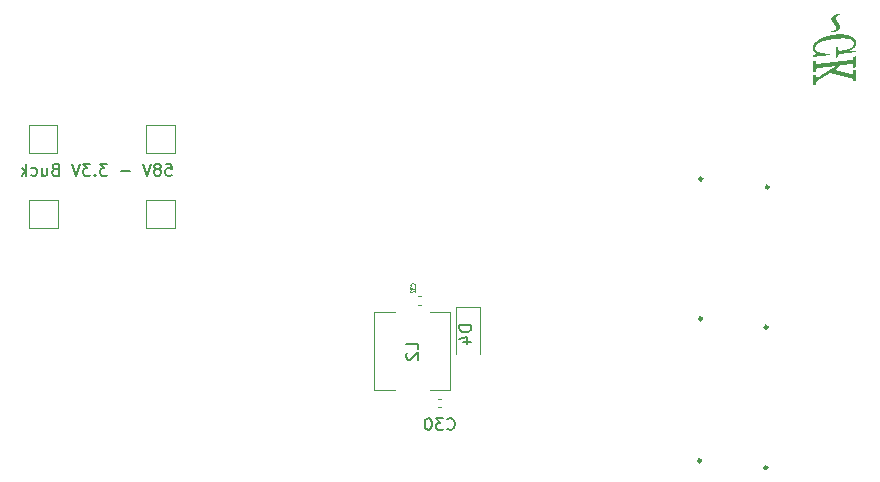
<source format=gbo>
%TF.GenerationSoftware,KiCad,Pcbnew,7.0.1-0*%
%TF.CreationDate,2023-08-15T02:12:02+05:30*%
%TF.ProjectId,retry1,72657472-7931-42e6-9b69-6361645f7063,rev?*%
%TF.SameCoordinates,Original*%
%TF.FileFunction,Legend,Bot*%
%TF.FilePolarity,Positive*%
%FSLAX46Y46*%
G04 Gerber Fmt 4.6, Leading zero omitted, Abs format (unit mm)*
G04 Created by KiCad (PCBNEW 7.0.1-0) date 2023-08-15 02:12:02*
%MOMM*%
%LPD*%
G01*
G04 APERTURE LIST*
%ADD10C,0.150000*%
%ADD11C,0.400000*%
%ADD12C,0.075000*%
%ADD13C,0.254000*%
%ADD14C,0.120000*%
G04 APERTURE END LIST*
D10*
X98415714Y-102227619D02*
X98891904Y-102227619D01*
X98891904Y-102227619D02*
X98939523Y-102703809D01*
X98939523Y-102703809D02*
X98891904Y-102656190D01*
X98891904Y-102656190D02*
X98796666Y-102608571D01*
X98796666Y-102608571D02*
X98558571Y-102608571D01*
X98558571Y-102608571D02*
X98463333Y-102656190D01*
X98463333Y-102656190D02*
X98415714Y-102703809D01*
X98415714Y-102703809D02*
X98368095Y-102799047D01*
X98368095Y-102799047D02*
X98368095Y-103037142D01*
X98368095Y-103037142D02*
X98415714Y-103132380D01*
X98415714Y-103132380D02*
X98463333Y-103180000D01*
X98463333Y-103180000D02*
X98558571Y-103227619D01*
X98558571Y-103227619D02*
X98796666Y-103227619D01*
X98796666Y-103227619D02*
X98891904Y-103180000D01*
X98891904Y-103180000D02*
X98939523Y-103132380D01*
X97796666Y-102656190D02*
X97891904Y-102608571D01*
X97891904Y-102608571D02*
X97939523Y-102560952D01*
X97939523Y-102560952D02*
X97987142Y-102465714D01*
X97987142Y-102465714D02*
X97987142Y-102418095D01*
X97987142Y-102418095D02*
X97939523Y-102322857D01*
X97939523Y-102322857D02*
X97891904Y-102275238D01*
X97891904Y-102275238D02*
X97796666Y-102227619D01*
X97796666Y-102227619D02*
X97606190Y-102227619D01*
X97606190Y-102227619D02*
X97510952Y-102275238D01*
X97510952Y-102275238D02*
X97463333Y-102322857D01*
X97463333Y-102322857D02*
X97415714Y-102418095D01*
X97415714Y-102418095D02*
X97415714Y-102465714D01*
X97415714Y-102465714D02*
X97463333Y-102560952D01*
X97463333Y-102560952D02*
X97510952Y-102608571D01*
X97510952Y-102608571D02*
X97606190Y-102656190D01*
X97606190Y-102656190D02*
X97796666Y-102656190D01*
X97796666Y-102656190D02*
X97891904Y-102703809D01*
X97891904Y-102703809D02*
X97939523Y-102751428D01*
X97939523Y-102751428D02*
X97987142Y-102846666D01*
X97987142Y-102846666D02*
X97987142Y-103037142D01*
X97987142Y-103037142D02*
X97939523Y-103132380D01*
X97939523Y-103132380D02*
X97891904Y-103180000D01*
X97891904Y-103180000D02*
X97796666Y-103227619D01*
X97796666Y-103227619D02*
X97606190Y-103227619D01*
X97606190Y-103227619D02*
X97510952Y-103180000D01*
X97510952Y-103180000D02*
X97463333Y-103132380D01*
X97463333Y-103132380D02*
X97415714Y-103037142D01*
X97415714Y-103037142D02*
X97415714Y-102846666D01*
X97415714Y-102846666D02*
X97463333Y-102751428D01*
X97463333Y-102751428D02*
X97510952Y-102703809D01*
X97510952Y-102703809D02*
X97606190Y-102656190D01*
X97129999Y-102227619D02*
X96796666Y-103227619D01*
X96796666Y-103227619D02*
X96463333Y-102227619D01*
X95368094Y-102846666D02*
X94606190Y-102846666D01*
X93463332Y-102227619D02*
X92844285Y-102227619D01*
X92844285Y-102227619D02*
X93177618Y-102608571D01*
X93177618Y-102608571D02*
X93034761Y-102608571D01*
X93034761Y-102608571D02*
X92939523Y-102656190D01*
X92939523Y-102656190D02*
X92891904Y-102703809D01*
X92891904Y-102703809D02*
X92844285Y-102799047D01*
X92844285Y-102799047D02*
X92844285Y-103037142D01*
X92844285Y-103037142D02*
X92891904Y-103132380D01*
X92891904Y-103132380D02*
X92939523Y-103180000D01*
X92939523Y-103180000D02*
X93034761Y-103227619D01*
X93034761Y-103227619D02*
X93320475Y-103227619D01*
X93320475Y-103227619D02*
X93415713Y-103180000D01*
X93415713Y-103180000D02*
X93463332Y-103132380D01*
X92415713Y-103132380D02*
X92368094Y-103180000D01*
X92368094Y-103180000D02*
X92415713Y-103227619D01*
X92415713Y-103227619D02*
X92463332Y-103180000D01*
X92463332Y-103180000D02*
X92415713Y-103132380D01*
X92415713Y-103132380D02*
X92415713Y-103227619D01*
X92034761Y-102227619D02*
X91415714Y-102227619D01*
X91415714Y-102227619D02*
X91749047Y-102608571D01*
X91749047Y-102608571D02*
X91606190Y-102608571D01*
X91606190Y-102608571D02*
X91510952Y-102656190D01*
X91510952Y-102656190D02*
X91463333Y-102703809D01*
X91463333Y-102703809D02*
X91415714Y-102799047D01*
X91415714Y-102799047D02*
X91415714Y-103037142D01*
X91415714Y-103037142D02*
X91463333Y-103132380D01*
X91463333Y-103132380D02*
X91510952Y-103180000D01*
X91510952Y-103180000D02*
X91606190Y-103227619D01*
X91606190Y-103227619D02*
X91891904Y-103227619D01*
X91891904Y-103227619D02*
X91987142Y-103180000D01*
X91987142Y-103180000D02*
X92034761Y-103132380D01*
X91129999Y-102227619D02*
X90796666Y-103227619D01*
X90796666Y-103227619D02*
X90463333Y-102227619D01*
X89034761Y-102703809D02*
X88891904Y-102751428D01*
X88891904Y-102751428D02*
X88844285Y-102799047D01*
X88844285Y-102799047D02*
X88796666Y-102894285D01*
X88796666Y-102894285D02*
X88796666Y-103037142D01*
X88796666Y-103037142D02*
X88844285Y-103132380D01*
X88844285Y-103132380D02*
X88891904Y-103180000D01*
X88891904Y-103180000D02*
X88987142Y-103227619D01*
X88987142Y-103227619D02*
X89368094Y-103227619D01*
X89368094Y-103227619D02*
X89368094Y-102227619D01*
X89368094Y-102227619D02*
X89034761Y-102227619D01*
X89034761Y-102227619D02*
X88939523Y-102275238D01*
X88939523Y-102275238D02*
X88891904Y-102322857D01*
X88891904Y-102322857D02*
X88844285Y-102418095D01*
X88844285Y-102418095D02*
X88844285Y-102513333D01*
X88844285Y-102513333D02*
X88891904Y-102608571D01*
X88891904Y-102608571D02*
X88939523Y-102656190D01*
X88939523Y-102656190D02*
X89034761Y-102703809D01*
X89034761Y-102703809D02*
X89368094Y-102703809D01*
X87939523Y-102560952D02*
X87939523Y-103227619D01*
X88368094Y-102560952D02*
X88368094Y-103084761D01*
X88368094Y-103084761D02*
X88320475Y-103180000D01*
X88320475Y-103180000D02*
X88225237Y-103227619D01*
X88225237Y-103227619D02*
X88082380Y-103227619D01*
X88082380Y-103227619D02*
X87987142Y-103180000D01*
X87987142Y-103180000D02*
X87939523Y-103132380D01*
X87034761Y-103180000D02*
X87129999Y-103227619D01*
X87129999Y-103227619D02*
X87320475Y-103227619D01*
X87320475Y-103227619D02*
X87415713Y-103180000D01*
X87415713Y-103180000D02*
X87463332Y-103132380D01*
X87463332Y-103132380D02*
X87510951Y-103037142D01*
X87510951Y-103037142D02*
X87510951Y-102751428D01*
X87510951Y-102751428D02*
X87463332Y-102656190D01*
X87463332Y-102656190D02*
X87415713Y-102608571D01*
X87415713Y-102608571D02*
X87320475Y-102560952D01*
X87320475Y-102560952D02*
X87129999Y-102560952D01*
X87129999Y-102560952D02*
X87034761Y-102608571D01*
X86606189Y-103227619D02*
X86606189Y-102227619D01*
X86510951Y-102846666D02*
X86225237Y-103227619D01*
X86225237Y-102560952D02*
X86606189Y-102941904D01*
D11*
G36*
X155521951Y-89609092D02*
G01*
X155521951Y-89509930D01*
X155474173Y-89516063D01*
X155427864Y-89522859D01*
X155383024Y-89530320D01*
X155339654Y-89538445D01*
X155297753Y-89547234D01*
X155257321Y-89556687D01*
X155218359Y-89566804D01*
X155180866Y-89577585D01*
X155144842Y-89589030D01*
X155110287Y-89601139D01*
X155077202Y-89613912D01*
X155045586Y-89627349D01*
X155015439Y-89641451D01*
X154986761Y-89656216D01*
X154959553Y-89671645D01*
X154933814Y-89687739D01*
X154902038Y-89710210D01*
X154873387Y-89733110D01*
X154847862Y-89756440D01*
X154825462Y-89780200D01*
X154806188Y-89804388D01*
X154790039Y-89829006D01*
X154777016Y-89854054D01*
X154767118Y-89879530D01*
X154760346Y-89905436D01*
X154756700Y-89931771D01*
X154756005Y-89949567D01*
X154757929Y-89977389D01*
X154761348Y-89997135D01*
X154766477Y-90017838D01*
X154773316Y-90039499D01*
X154781865Y-90062118D01*
X154792123Y-90085695D01*
X154804091Y-90110230D01*
X154817768Y-90135723D01*
X154833156Y-90162174D01*
X154850253Y-90189583D01*
X154869059Y-90217949D01*
X154889576Y-90247274D01*
X154911802Y-90277556D01*
X154935738Y-90308796D01*
X154961383Y-90340994D01*
X154974847Y-90357452D01*
X155001347Y-90389975D01*
X155026138Y-90421108D01*
X155049219Y-90450852D01*
X155070590Y-90479207D01*
X155090252Y-90506173D01*
X155108204Y-90531750D01*
X155124446Y-90555938D01*
X155138978Y-90578736D01*
X155151801Y-90600146D01*
X155162914Y-90620166D01*
X155176378Y-90647592D01*
X155185995Y-90671892D01*
X155191765Y-90693067D01*
X155193689Y-90711116D01*
X155191979Y-90736750D01*
X155186850Y-90761384D01*
X155178301Y-90785019D01*
X155166333Y-90807653D01*
X155150946Y-90829288D01*
X155132139Y-90849922D01*
X155109913Y-90869557D01*
X155084268Y-90888192D01*
X155055203Y-90905827D01*
X155022719Y-90922462D01*
X154986815Y-90938098D01*
X154947492Y-90952733D01*
X154904749Y-90966369D01*
X154858587Y-90979005D01*
X154809006Y-90990641D01*
X154756005Y-91001277D01*
X154756005Y-91101416D01*
X154800992Y-91095709D01*
X154844696Y-91089334D01*
X154887118Y-91082291D01*
X154928258Y-91074580D01*
X154968115Y-91066201D01*
X155006690Y-91057155D01*
X155043983Y-91047440D01*
X155079994Y-91037058D01*
X155114722Y-91026008D01*
X155148168Y-91014290D01*
X155180332Y-91001904D01*
X155211213Y-90988851D01*
X155240812Y-90975129D01*
X155269129Y-90960740D01*
X155296164Y-90945683D01*
X155321916Y-90929958D01*
X155346139Y-90913860D01*
X155368799Y-90897565D01*
X155389897Y-90881071D01*
X155409431Y-90864378D01*
X155427403Y-90847488D01*
X155451431Y-90821779D01*
X155471942Y-90795624D01*
X155488937Y-90769023D01*
X155502416Y-90741975D01*
X155512379Y-90714480D01*
X155518825Y-90686539D01*
X155521756Y-90658152D01*
X155521951Y-90648590D01*
X155520268Y-90621779D01*
X155515219Y-90592822D01*
X155509983Y-90572325D01*
X155503251Y-90550874D01*
X155495023Y-90528468D01*
X155485299Y-90505109D01*
X155474079Y-90480795D01*
X155461363Y-90455527D01*
X155447152Y-90429306D01*
X155431444Y-90402130D01*
X155414240Y-90374000D01*
X155395540Y-90344916D01*
X155375344Y-90314878D01*
X155353652Y-90283886D01*
X155330465Y-90251939D01*
X155307277Y-90220171D01*
X155285585Y-90189589D01*
X155265389Y-90160194D01*
X155246689Y-90131986D01*
X155229485Y-90104964D01*
X155213778Y-90079130D01*
X155199566Y-90054483D01*
X155186850Y-90031022D01*
X155175630Y-90008748D01*
X155165906Y-89987661D01*
X155157678Y-89967761D01*
X155148141Y-89940136D01*
X155141970Y-89915182D01*
X155139165Y-89892898D01*
X155138978Y-89886064D01*
X155140474Y-89863515D01*
X155144962Y-89841665D01*
X155152442Y-89820513D01*
X155162914Y-89800060D01*
X155176378Y-89780305D01*
X155192834Y-89761248D01*
X155212282Y-89742890D01*
X155234721Y-89725230D01*
X155260153Y-89708268D01*
X155288577Y-89692005D01*
X155319993Y-89676440D01*
X155354400Y-89661574D01*
X155391800Y-89647406D01*
X155432192Y-89633936D01*
X155475575Y-89621165D01*
X155521951Y-89609092D01*
G37*
G36*
X156889711Y-92773991D02*
G01*
X156889711Y-92661151D01*
X156331494Y-92632819D01*
X156362936Y-92617903D01*
X156393577Y-92602708D01*
X156423417Y-92587235D01*
X156452455Y-92571483D01*
X156480692Y-92555453D01*
X156508127Y-92539144D01*
X156534761Y-92522556D01*
X156560594Y-92505690D01*
X156585625Y-92488546D01*
X156609854Y-92471122D01*
X156633283Y-92453420D01*
X156655909Y-92435440D01*
X156677735Y-92417181D01*
X156698759Y-92398643D01*
X156718981Y-92379827D01*
X156738402Y-92360732D01*
X156756725Y-92341439D01*
X156773865Y-92321905D01*
X156789824Y-92302131D01*
X156804600Y-92282117D01*
X156818194Y-92261862D01*
X156830606Y-92241366D01*
X156841836Y-92220630D01*
X156851884Y-92199654D01*
X156860750Y-92178437D01*
X156868433Y-92156980D01*
X156874935Y-92135283D01*
X156880254Y-92113345D01*
X156884391Y-92091166D01*
X156887347Y-92068748D01*
X156889120Y-92046088D01*
X156889711Y-92023189D01*
X156889202Y-91997681D01*
X156887677Y-91972569D01*
X156885135Y-91947855D01*
X156881576Y-91923538D01*
X156877001Y-91899617D01*
X156871408Y-91876093D01*
X156864799Y-91852967D01*
X156857173Y-91830237D01*
X156848530Y-91807904D01*
X156838871Y-91785968D01*
X156828194Y-91764429D01*
X156816501Y-91743286D01*
X156803791Y-91722541D01*
X156790064Y-91702192D01*
X156775320Y-91682241D01*
X156759560Y-91662686D01*
X156742783Y-91643528D01*
X156724989Y-91624767D01*
X156706178Y-91606403D01*
X156686350Y-91588436D01*
X156665506Y-91570866D01*
X156643644Y-91553693D01*
X156620766Y-91536916D01*
X156596871Y-91520537D01*
X156571960Y-91504554D01*
X156546031Y-91488968D01*
X156519086Y-91473780D01*
X156491124Y-91458988D01*
X156462145Y-91444593D01*
X156432149Y-91430594D01*
X156401137Y-91416993D01*
X156369107Y-91403789D01*
X156336235Y-91391110D01*
X156302800Y-91379025D01*
X156268802Y-91367533D01*
X156234241Y-91356635D01*
X156199118Y-91346330D01*
X156163432Y-91336618D01*
X156127184Y-91327500D01*
X156090373Y-91318975D01*
X156052999Y-91311044D01*
X156015062Y-91303706D01*
X155976563Y-91296962D01*
X155937502Y-91290811D01*
X155897877Y-91285254D01*
X155857690Y-91280290D01*
X155816940Y-91275919D01*
X155775628Y-91272142D01*
X155733753Y-91268958D01*
X155691315Y-91266368D01*
X155648314Y-91264371D01*
X155604751Y-91262967D01*
X155560625Y-91262157D01*
X155515937Y-91261941D01*
X155470686Y-91262318D01*
X155424872Y-91263288D01*
X155378496Y-91264852D01*
X155331556Y-91267009D01*
X155284055Y-91269760D01*
X155235990Y-91273104D01*
X155187363Y-91277041D01*
X155138173Y-91281572D01*
X155088421Y-91286696D01*
X155038106Y-91292414D01*
X154988239Y-91298616D01*
X154938870Y-91305315D01*
X154889998Y-91312511D01*
X154841624Y-91320204D01*
X154793747Y-91328395D01*
X154746368Y-91337082D01*
X154699487Y-91346266D01*
X154653103Y-91355948D01*
X154607216Y-91366126D01*
X154561828Y-91376802D01*
X154516936Y-91387975D01*
X154472542Y-91399644D01*
X154428646Y-91411811D01*
X154385248Y-91424475D01*
X154342346Y-91437636D01*
X154299943Y-91451294D01*
X154258037Y-91465449D01*
X154216628Y-91480101D01*
X154175718Y-91495251D01*
X154135304Y-91510897D01*
X154095388Y-91527040D01*
X154055970Y-91543681D01*
X154017049Y-91560818D01*
X153978626Y-91578453D01*
X153940701Y-91596585D01*
X153903273Y-91615213D01*
X153866342Y-91634339D01*
X153829909Y-91653962D01*
X153793974Y-91674082D01*
X153758536Y-91694699D01*
X153723595Y-91715813D01*
X153689153Y-91737424D01*
X153657176Y-91758305D01*
X153626214Y-91779243D01*
X153596268Y-91800239D01*
X153567337Y-91821291D01*
X153539420Y-91842401D01*
X153512519Y-91863568D01*
X153486633Y-91884793D01*
X153461763Y-91906074D01*
X153437907Y-91927413D01*
X153415066Y-91948809D01*
X153393241Y-91970262D01*
X153372431Y-91991773D01*
X153352636Y-92013341D01*
X153333856Y-92034966D01*
X153316091Y-92056648D01*
X153299341Y-92078387D01*
X153283606Y-92100184D01*
X153268887Y-92122038D01*
X153255183Y-92143950D01*
X153242494Y-92165918D01*
X153230819Y-92187944D01*
X153220161Y-92210027D01*
X153210517Y-92232167D01*
X153201888Y-92254364D01*
X153194275Y-92276619D01*
X153187676Y-92298931D01*
X153182093Y-92321300D01*
X153177525Y-92343727D01*
X153173972Y-92366211D01*
X153171434Y-92388751D01*
X153169911Y-92411350D01*
X153169404Y-92434005D01*
X153170313Y-92462106D01*
X153173040Y-92489624D01*
X153177586Y-92516557D01*
X153183950Y-92542907D01*
X153192132Y-92568673D01*
X153202132Y-92593854D01*
X153213950Y-92618452D01*
X153227587Y-92642466D01*
X153243042Y-92665896D01*
X153260315Y-92688743D01*
X153272841Y-92703649D01*
X153292636Y-92724998D01*
X153315263Y-92746789D01*
X153334091Y-92763422D01*
X153354512Y-92780305D01*
X153376526Y-92797437D01*
X153400133Y-92814818D01*
X153425333Y-92832448D01*
X153452125Y-92850327D01*
X153480511Y-92868454D01*
X153510489Y-92886831D01*
X153169404Y-93032889D01*
X153169404Y-93150125D01*
X154622649Y-93028004D01*
X154622649Y-92917117D01*
X154582810Y-92915080D01*
X154543649Y-92912878D01*
X154505165Y-92910509D01*
X154467360Y-92907974D01*
X154430232Y-92905273D01*
X154393783Y-92902406D01*
X154358011Y-92899373D01*
X154322917Y-92896174D01*
X154288501Y-92892809D01*
X154254763Y-92889278D01*
X154189320Y-92881717D01*
X154126589Y-92873493D01*
X154066569Y-92864605D01*
X154009261Y-92855053D01*
X153954664Y-92844837D01*
X153902778Y-92833957D01*
X153853604Y-92822412D01*
X153807142Y-92810204D01*
X153763391Y-92797332D01*
X153722352Y-92783795D01*
X153684024Y-92769595D01*
X153648207Y-92754667D01*
X153614701Y-92738950D01*
X153583505Y-92722443D01*
X153554621Y-92705145D01*
X153528047Y-92687058D01*
X153503784Y-92668181D01*
X153481831Y-92648513D01*
X153462190Y-92628056D01*
X153444859Y-92606809D01*
X153429839Y-92584772D01*
X153417130Y-92561944D01*
X153406732Y-92538327D01*
X153398644Y-92513920D01*
X153392867Y-92488723D01*
X153389401Y-92462736D01*
X153388245Y-92435959D01*
X153388776Y-92416237D01*
X153390369Y-92396701D01*
X153396741Y-92358183D01*
X153407359Y-92320405D01*
X153422226Y-92283368D01*
X153441340Y-92247072D01*
X153464701Y-92211515D01*
X153492310Y-92176699D01*
X153524167Y-92142623D01*
X153560271Y-92109288D01*
X153579915Y-92092898D01*
X153600622Y-92076693D01*
X153622391Y-92060673D01*
X153645221Y-92044838D01*
X153669114Y-92029189D01*
X153694068Y-92013724D01*
X153720084Y-91998445D01*
X153747162Y-91983350D01*
X153775302Y-91968441D01*
X153804504Y-91953717D01*
X153834768Y-91939178D01*
X153866093Y-91924824D01*
X153898481Y-91910655D01*
X153931930Y-91896671D01*
X153967020Y-91882978D01*
X154003687Y-91869560D01*
X154041933Y-91856417D01*
X154081756Y-91843548D01*
X154123157Y-91830954D01*
X154166136Y-91818635D01*
X154210692Y-91806591D01*
X154256826Y-91794822D01*
X154288459Y-91787128D01*
X154320793Y-91779556D01*
X154353829Y-91772107D01*
X154387565Y-91764780D01*
X154421973Y-91757622D01*
X154457235Y-91750560D01*
X154493353Y-91743594D01*
X154530325Y-91736722D01*
X154568152Y-91729946D01*
X154606834Y-91723266D01*
X154646371Y-91716681D01*
X154686763Y-91710191D01*
X154728009Y-91703797D01*
X154770110Y-91697498D01*
X154813067Y-91691295D01*
X154856878Y-91685187D01*
X154901544Y-91679174D01*
X154947064Y-91673257D01*
X154993440Y-91667436D01*
X155040670Y-91661709D01*
X155140966Y-91650359D01*
X155238077Y-91640487D01*
X155332005Y-91632094D01*
X155422748Y-91625180D01*
X155510308Y-91619744D01*
X155594683Y-91615788D01*
X155675875Y-91613310D01*
X155753882Y-91612311D01*
X155828706Y-91612791D01*
X155900346Y-91614750D01*
X155968801Y-91618187D01*
X156034073Y-91623104D01*
X156096161Y-91629499D01*
X156155064Y-91637373D01*
X156210784Y-91646725D01*
X156263320Y-91657557D01*
X156312671Y-91669867D01*
X156358839Y-91683657D01*
X156401823Y-91698925D01*
X156441623Y-91715672D01*
X156478238Y-91733897D01*
X156511670Y-91753602D01*
X156541918Y-91774785D01*
X156568982Y-91797447D01*
X156592862Y-91821588D01*
X156613558Y-91847208D01*
X156631070Y-91874306D01*
X156645397Y-91902884D01*
X156656541Y-91932940D01*
X156664501Y-91964475D01*
X156669277Y-91997489D01*
X156670869Y-92031981D01*
X156669944Y-92058268D01*
X156667169Y-92084127D01*
X156662545Y-92109559D01*
X156656070Y-92134563D01*
X156647745Y-92159140D01*
X156637570Y-92183290D01*
X156625546Y-92207012D01*
X156611671Y-92230307D01*
X156595946Y-92253174D01*
X156578372Y-92275614D01*
X156558947Y-92297626D01*
X156537673Y-92319211D01*
X156514549Y-92340368D01*
X156489574Y-92361099D01*
X156462750Y-92381401D01*
X156434076Y-92401277D01*
X156403932Y-92420499D01*
X156372700Y-92438844D01*
X156340380Y-92456311D01*
X156306970Y-92472901D01*
X156272472Y-92488612D01*
X156236886Y-92503446D01*
X156200211Y-92517403D01*
X156162447Y-92530481D01*
X156123595Y-92542682D01*
X156083654Y-92554005D01*
X156042625Y-92564450D01*
X156000507Y-92574017D01*
X155957300Y-92582707D01*
X155913005Y-92590519D01*
X155867621Y-92597453D01*
X155821148Y-92603510D01*
X155493741Y-92642100D01*
X155454584Y-92643667D01*
X155416356Y-92636386D01*
X155391800Y-92622683D01*
X155373881Y-92602039D01*
X155364324Y-92580526D01*
X155359014Y-92554572D01*
X155357820Y-92532191D01*
X155357820Y-92344124D01*
X155138978Y-92370013D01*
X155138978Y-93237076D01*
X155357820Y-93211186D01*
X155357820Y-93085645D01*
X155359225Y-93062256D01*
X155363440Y-93040817D01*
X155370465Y-93021327D01*
X155384202Y-92998372D01*
X155402936Y-92978882D01*
X155426664Y-92962857D01*
X155455389Y-92950298D01*
X155489109Y-92941204D01*
X155517677Y-92936657D01*
X156889711Y-92773991D01*
G37*
G36*
X153442956Y-93518932D02*
G01*
X153224114Y-93544822D01*
X153224114Y-94484180D01*
X153442956Y-94458290D01*
X153442956Y-94252149D01*
X153444541Y-94231707D01*
X153451587Y-94206962D01*
X153464269Y-94185087D01*
X153482589Y-94166082D01*
X153506544Y-94149947D01*
X153536137Y-94136681D01*
X153571366Y-94126286D01*
X153612232Y-94118760D01*
X153623329Y-94117327D01*
X155189414Y-93931214D01*
X153818235Y-94811465D01*
X153790078Y-94826852D01*
X153761174Y-94841263D01*
X153731521Y-94854696D01*
X153701121Y-94867152D01*
X153670934Y-94878235D01*
X153638378Y-94888002D01*
X153603951Y-94895501D01*
X153587425Y-94897927D01*
X153545806Y-94898726D01*
X153511240Y-94890437D01*
X153483729Y-94873061D01*
X153466799Y-94852617D01*
X153457064Y-94833468D01*
X153449869Y-94811047D01*
X153445213Y-94785354D01*
X153443097Y-94756390D01*
X153442956Y-94746008D01*
X153442956Y-94673712D01*
X153224114Y-94699602D01*
X153224114Y-95544682D01*
X153442956Y-95518792D01*
X153442956Y-95444542D01*
X153444205Y-95421662D01*
X153447951Y-95398571D01*
X153454196Y-95375271D01*
X153462938Y-95351761D01*
X153474178Y-95328040D01*
X153487916Y-95304110D01*
X153504151Y-95279970D01*
X153522884Y-95255621D01*
X153544115Y-95231061D01*
X153567844Y-95206291D01*
X153594071Y-95181312D01*
X153622795Y-95156122D01*
X153654017Y-95130723D01*
X153687737Y-95105114D01*
X153723954Y-95079294D01*
X153762670Y-95053265D01*
X154615810Y-94499811D01*
X156364833Y-94942868D01*
X156409748Y-94955972D01*
X156450245Y-94970374D01*
X156486324Y-94986071D01*
X156517985Y-95003066D01*
X156545228Y-95021357D01*
X156568054Y-95040944D01*
X156586461Y-95061829D01*
X156600451Y-95084009D01*
X156610023Y-95107487D01*
X156615177Y-95132261D01*
X156616159Y-95149497D01*
X156616159Y-95243775D01*
X156835001Y-95217885D01*
X156835001Y-94289274D01*
X156616159Y-94315163D01*
X156616159Y-94472456D01*
X156615197Y-94493104D01*
X156611644Y-94515674D01*
X156605473Y-94536608D01*
X156596684Y-94555905D01*
X156588804Y-94568688D01*
X156574432Y-94586517D01*
X156554513Y-94602622D01*
X156525374Y-94613289D01*
X156522980Y-94613628D01*
X156487054Y-94615095D01*
X156453006Y-94610337D01*
X156448608Y-94609232D01*
X155041525Y-94241891D01*
X155606581Y-93881877D01*
X156472544Y-93778806D01*
X156507474Y-93776921D01*
X156541367Y-93780719D01*
X156572672Y-93792058D01*
X156577691Y-93794926D01*
X156597977Y-93812414D01*
X156609810Y-93832477D01*
X156615220Y-93853749D01*
X156616159Y-93868688D01*
X156616159Y-94081179D01*
X156835001Y-94055289D01*
X156835001Y-93115931D01*
X156616159Y-93141821D01*
X156616159Y-93331842D01*
X156614761Y-93352786D01*
X156608550Y-93378054D01*
X156597371Y-93400284D01*
X156581222Y-93419476D01*
X156560104Y-93435630D01*
X156534018Y-93448747D01*
X156502963Y-93458826D01*
X156466939Y-93465867D01*
X156457157Y-93467152D01*
X153580587Y-93809092D01*
X153542599Y-93811535D01*
X153508166Y-93809027D01*
X153478018Y-93798407D01*
X153470311Y-93792484D01*
X153457088Y-93773752D01*
X153449795Y-93753039D01*
X153445627Y-93731005D01*
X153443624Y-93709627D01*
X153442956Y-93685505D01*
X153442956Y-93518932D01*
G37*
D10*
%TO.C,C30*%
X122250057Y-124656680D02*
X122297676Y-124704300D01*
X122297676Y-124704300D02*
X122440533Y-124751919D01*
X122440533Y-124751919D02*
X122535771Y-124751919D01*
X122535771Y-124751919D02*
X122678628Y-124704300D01*
X122678628Y-124704300D02*
X122773866Y-124609061D01*
X122773866Y-124609061D02*
X122821485Y-124513823D01*
X122821485Y-124513823D02*
X122869104Y-124323347D01*
X122869104Y-124323347D02*
X122869104Y-124180490D01*
X122869104Y-124180490D02*
X122821485Y-123990014D01*
X122821485Y-123990014D02*
X122773866Y-123894776D01*
X122773866Y-123894776D02*
X122678628Y-123799538D01*
X122678628Y-123799538D02*
X122535771Y-123751919D01*
X122535771Y-123751919D02*
X122440533Y-123751919D01*
X122440533Y-123751919D02*
X122297676Y-123799538D01*
X122297676Y-123799538D02*
X122250057Y-123847157D01*
X121916723Y-123751919D02*
X121297676Y-123751919D01*
X121297676Y-123751919D02*
X121631009Y-124132871D01*
X121631009Y-124132871D02*
X121488152Y-124132871D01*
X121488152Y-124132871D02*
X121392914Y-124180490D01*
X121392914Y-124180490D02*
X121345295Y-124228109D01*
X121345295Y-124228109D02*
X121297676Y-124323347D01*
X121297676Y-124323347D02*
X121297676Y-124561442D01*
X121297676Y-124561442D02*
X121345295Y-124656680D01*
X121345295Y-124656680D02*
X121392914Y-124704300D01*
X121392914Y-124704300D02*
X121488152Y-124751919D01*
X121488152Y-124751919D02*
X121773866Y-124751919D01*
X121773866Y-124751919D02*
X121869104Y-124704300D01*
X121869104Y-124704300D02*
X121916723Y-124656680D01*
X120678628Y-123751919D02*
X120583390Y-123751919D01*
X120583390Y-123751919D02*
X120488152Y-123799538D01*
X120488152Y-123799538D02*
X120440533Y-123847157D01*
X120440533Y-123847157D02*
X120392914Y-123942395D01*
X120392914Y-123942395D02*
X120345295Y-124132871D01*
X120345295Y-124132871D02*
X120345295Y-124370966D01*
X120345295Y-124370966D02*
X120392914Y-124561442D01*
X120392914Y-124561442D02*
X120440533Y-124656680D01*
X120440533Y-124656680D02*
X120488152Y-124704300D01*
X120488152Y-124704300D02*
X120583390Y-124751919D01*
X120583390Y-124751919D02*
X120678628Y-124751919D01*
X120678628Y-124751919D02*
X120773866Y-124704300D01*
X120773866Y-124704300D02*
X120821485Y-124656680D01*
X120821485Y-124656680D02*
X120869104Y-124561442D01*
X120869104Y-124561442D02*
X120916723Y-124370966D01*
X120916723Y-124370966D02*
X120916723Y-124132871D01*
X120916723Y-124132871D02*
X120869104Y-123942395D01*
X120869104Y-123942395D02*
X120821485Y-123847157D01*
X120821485Y-123847157D02*
X120773866Y-123799538D01*
X120773866Y-123799538D02*
X120678628Y-123751919D01*
D12*
%TO.C,C32*%
X119476952Y-112537143D02*
X119496000Y-112522857D01*
X119496000Y-112522857D02*
X119515047Y-112480000D01*
X119515047Y-112480000D02*
X119515047Y-112451428D01*
X119515047Y-112451428D02*
X119496000Y-112408571D01*
X119496000Y-112408571D02*
X119457904Y-112380000D01*
X119457904Y-112380000D02*
X119419809Y-112365714D01*
X119419809Y-112365714D02*
X119343619Y-112351428D01*
X119343619Y-112351428D02*
X119286476Y-112351428D01*
X119286476Y-112351428D02*
X119210285Y-112365714D01*
X119210285Y-112365714D02*
X119172190Y-112380000D01*
X119172190Y-112380000D02*
X119134095Y-112408571D01*
X119134095Y-112408571D02*
X119115047Y-112451428D01*
X119115047Y-112451428D02*
X119115047Y-112480000D01*
X119115047Y-112480000D02*
X119134095Y-112522857D01*
X119134095Y-112522857D02*
X119153142Y-112537143D01*
X119115047Y-112637143D02*
X119115047Y-112822857D01*
X119115047Y-112822857D02*
X119267428Y-112722857D01*
X119267428Y-112722857D02*
X119267428Y-112765714D01*
X119267428Y-112765714D02*
X119286476Y-112794286D01*
X119286476Y-112794286D02*
X119305523Y-112808571D01*
X119305523Y-112808571D02*
X119343619Y-112822857D01*
X119343619Y-112822857D02*
X119438857Y-112822857D01*
X119438857Y-112822857D02*
X119476952Y-112808571D01*
X119476952Y-112808571D02*
X119496000Y-112794286D01*
X119496000Y-112794286D02*
X119515047Y-112765714D01*
X119515047Y-112765714D02*
X119515047Y-112680000D01*
X119515047Y-112680000D02*
X119496000Y-112651428D01*
X119496000Y-112651428D02*
X119476952Y-112637143D01*
X119153142Y-112937142D02*
X119134095Y-112951428D01*
X119134095Y-112951428D02*
X119115047Y-112980000D01*
X119115047Y-112980000D02*
X119115047Y-113051428D01*
X119115047Y-113051428D02*
X119134095Y-113080000D01*
X119134095Y-113080000D02*
X119153142Y-113094285D01*
X119153142Y-113094285D02*
X119191238Y-113108571D01*
X119191238Y-113108571D02*
X119229333Y-113108571D01*
X119229333Y-113108571D02*
X119286476Y-113094285D01*
X119286476Y-113094285D02*
X119515047Y-112922857D01*
X119515047Y-112922857D02*
X119515047Y-113108571D01*
D10*
%TO.C,D4*%
X124265419Y-115900505D02*
X123265419Y-115900505D01*
X123265419Y-115900505D02*
X123265419Y-116138600D01*
X123265419Y-116138600D02*
X123313038Y-116281457D01*
X123313038Y-116281457D02*
X123408276Y-116376695D01*
X123408276Y-116376695D02*
X123503514Y-116424314D01*
X123503514Y-116424314D02*
X123693990Y-116471933D01*
X123693990Y-116471933D02*
X123836847Y-116471933D01*
X123836847Y-116471933D02*
X124027323Y-116424314D01*
X124027323Y-116424314D02*
X124122561Y-116376695D01*
X124122561Y-116376695D02*
X124217800Y-116281457D01*
X124217800Y-116281457D02*
X124265419Y-116138600D01*
X124265419Y-116138600D02*
X124265419Y-115900505D01*
X123598752Y-117329076D02*
X124265419Y-117329076D01*
X123217800Y-117090981D02*
X123932085Y-116852886D01*
X123932085Y-116852886D02*
X123932085Y-117471933D01*
%TO.C,L2*%
X119771019Y-117944333D02*
X119771019Y-117468143D01*
X119771019Y-117468143D02*
X118771019Y-117468143D01*
X118866257Y-118230048D02*
X118818638Y-118277667D01*
X118818638Y-118277667D02*
X118771019Y-118372905D01*
X118771019Y-118372905D02*
X118771019Y-118611000D01*
X118771019Y-118611000D02*
X118818638Y-118706238D01*
X118818638Y-118706238D02*
X118866257Y-118753857D01*
X118866257Y-118753857D02*
X118961495Y-118801476D01*
X118961495Y-118801476D02*
X119056733Y-118801476D01*
X119056733Y-118801476D02*
X119199590Y-118753857D01*
X119199590Y-118753857D02*
X119771019Y-118182429D01*
X119771019Y-118182429D02*
X119771019Y-118801476D01*
D13*
%TO.C,U9*%
X143837200Y-103510600D02*
G75*
G03*
X143837200Y-103510600I-127000J0D01*
G01*
%TO.C,U2*%
X143725900Y-127355600D02*
G75*
G03*
X143725900Y-127355600I-127000J0D01*
G01*
%TO.C,U6*%
X143815900Y-115346350D02*
G75*
G03*
X143815900Y-115346350I-127000J0D01*
G01*
%TO.C,U1*%
X149333900Y-127939600D02*
G75*
G03*
X149333900Y-127939600I-127000J0D01*
G01*
%TO.C,U8*%
X149466300Y-104190800D02*
G75*
G03*
X149466300Y-104190800I-127000J0D01*
G01*
%TO.C,U5*%
X149383900Y-116059600D02*
G75*
G03*
X149383900Y-116059600I-127000J0D01*
G01*
D14*
%TO.C,C30*%
X121499365Y-122118800D02*
X121731035Y-122118800D01*
X121499365Y-122838800D02*
X121731035Y-122838800D01*
%TO.C,C32*%
X119772165Y-113458400D02*
X120003835Y-113458400D01*
X119772165Y-114178400D02*
X120003835Y-114178400D01*
%TO.C,TP2*%
X89261800Y-107651400D02*
X89261800Y-105251400D01*
X89261800Y-105251400D02*
X86861800Y-105251400D01*
X86861800Y-107651400D02*
X89261800Y-107651400D01*
X86861800Y-105251400D02*
X86861800Y-107651400D01*
%TO.C,TP4*%
X99167800Y-107651400D02*
X99167800Y-105251400D01*
X99167800Y-105251400D02*
X96767800Y-105251400D01*
X96767800Y-107651400D02*
X99167800Y-107651400D01*
X96767800Y-105251400D02*
X96767800Y-107651400D01*
%TO.C,D4*%
X125002800Y-114328600D02*
X125002800Y-118338600D01*
X123002800Y-114328600D02*
X125002800Y-114328600D01*
X123002800Y-114328600D02*
X123002800Y-118338600D01*
%TO.C,TP1*%
X89211000Y-101352200D02*
X89211000Y-98952200D01*
X89211000Y-98952200D02*
X86811000Y-98952200D01*
X86811000Y-101352200D02*
X89211000Y-101352200D01*
X86811000Y-98952200D02*
X86811000Y-101352200D01*
%TO.C,TP3*%
X99167800Y-101301400D02*
X99167800Y-98901400D01*
X99167800Y-98901400D02*
X96767800Y-98901400D01*
X96767800Y-101301400D02*
X99167800Y-101301400D01*
X96767800Y-98901400D02*
X96767800Y-101301400D01*
%TO.C,L2*%
X116078400Y-121411000D02*
X117778400Y-121411000D01*
X120778400Y-121411000D02*
X122478400Y-121411000D01*
X122478400Y-121411000D02*
X122478400Y-114811000D01*
X116078400Y-114811000D02*
X116078400Y-121411000D01*
X117778400Y-114811000D02*
X116078400Y-114811000D01*
X122478400Y-114811000D02*
X120778400Y-114811000D01*
%TD*%
M02*

</source>
